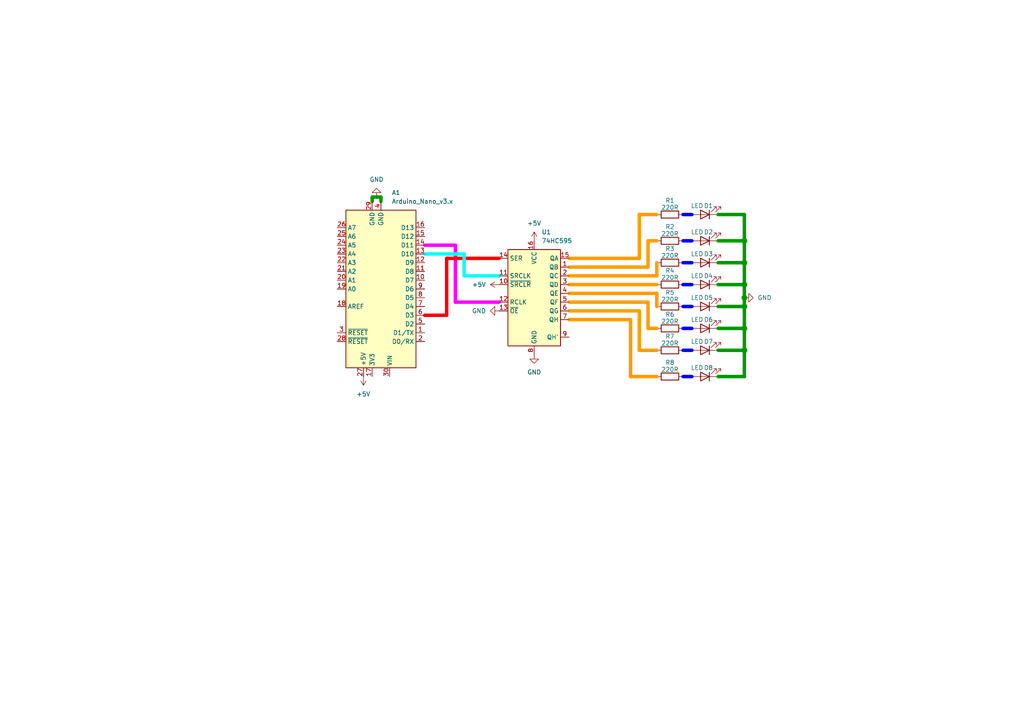
<source format=kicad_sch>
(kicad_sch
	(version 20250114)
	(generator "eeschema")
	(generator_version "9.0")
	(uuid "7501483c-5f80-49b2-921a-52fdfee2b67c")
	(paper "A4")
	(title_block
		(title "Bar Chart with Shift Register")
		(date "2025-06-13")
		(rev "1")
		(company "Ethan Sousa Projects")
	)
	(lib_symbols
		(symbol "74xx:74HC595"
			(exclude_from_sim no)
			(in_bom yes)
			(on_board yes)
			(property "Reference" "U"
				(at -7.62 13.97 0)
				(effects
					(font
						(size 1.27 1.27)
					)
				)
			)
			(property "Value" "74HC595"
				(at -7.62 -16.51 0)
				(effects
					(font
						(size 1.27 1.27)
					)
				)
			)
			(property "Footprint" ""
				(at 0 0 0)
				(effects
					(font
						(size 1.27 1.27)
					)
					(hide yes)
				)
			)
			(property "Datasheet" "http://www.ti.com/lit/ds/symlink/sn74hc595.pdf"
				(at 0 0 0)
				(effects
					(font
						(size 1.27 1.27)
					)
					(hide yes)
				)
			)
			(property "Description" "8-bit serial in/out Shift Register 3-State Outputs"
				(at 0 0 0)
				(effects
					(font
						(size 1.27 1.27)
					)
					(hide yes)
				)
			)
			(property "ki_keywords" "HCMOS SR 3State"
				(at 0 0 0)
				(effects
					(font
						(size 1.27 1.27)
					)
					(hide yes)
				)
			)
			(property "ki_fp_filters" "DIP*W7.62mm* SOIC*3.9x9.9mm*P1.27mm* TSSOP*4.4x5mm*P0.65mm* SOIC*5.3x10.2mm*P1.27mm* SOIC*7.5x10.3mm*P1.27mm*"
				(at 0 0 0)
				(effects
					(font
						(size 1.27 1.27)
					)
					(hide yes)
				)
			)
			(symbol "74HC595_1_0"
				(pin input line
					(at -10.16 10.16 0)
					(length 2.54)
					(name "SER"
						(effects
							(font
								(size 1.27 1.27)
							)
						)
					)
					(number "14"
						(effects
							(font
								(size 1.27 1.27)
							)
						)
					)
				)
				(pin input line
					(at -10.16 5.08 0)
					(length 2.54)
					(name "SRCLK"
						(effects
							(font
								(size 1.27 1.27)
							)
						)
					)
					(number "11"
						(effects
							(font
								(size 1.27 1.27)
							)
						)
					)
				)
				(pin input line
					(at -10.16 2.54 0)
					(length 2.54)
					(name "~{SRCLR}"
						(effects
							(font
								(size 1.27 1.27)
							)
						)
					)
					(number "10"
						(effects
							(font
								(size 1.27 1.27)
							)
						)
					)
				)
				(pin input line
					(at -10.16 -2.54 0)
					(length 2.54)
					(name "RCLK"
						(effects
							(font
								(size 1.27 1.27)
							)
						)
					)
					(number "12"
						(effects
							(font
								(size 1.27 1.27)
							)
						)
					)
				)
				(pin input line
					(at -10.16 -5.08 0)
					(length 2.54)
					(name "~{OE}"
						(effects
							(font
								(size 1.27 1.27)
							)
						)
					)
					(number "13"
						(effects
							(font
								(size 1.27 1.27)
							)
						)
					)
				)
				(pin power_in line
					(at 0 15.24 270)
					(length 2.54)
					(name "VCC"
						(effects
							(font
								(size 1.27 1.27)
							)
						)
					)
					(number "16"
						(effects
							(font
								(size 1.27 1.27)
							)
						)
					)
				)
				(pin power_in line
					(at 0 -17.78 90)
					(length 2.54)
					(name "GND"
						(effects
							(font
								(size 1.27 1.27)
							)
						)
					)
					(number "8"
						(effects
							(font
								(size 1.27 1.27)
							)
						)
					)
				)
				(pin tri_state line
					(at 10.16 10.16 180)
					(length 2.54)
					(name "QA"
						(effects
							(font
								(size 1.27 1.27)
							)
						)
					)
					(number "15"
						(effects
							(font
								(size 1.27 1.27)
							)
						)
					)
				)
				(pin tri_state line
					(at 10.16 7.62 180)
					(length 2.54)
					(name "QB"
						(effects
							(font
								(size 1.27 1.27)
							)
						)
					)
					(number "1"
						(effects
							(font
								(size 1.27 1.27)
							)
						)
					)
				)
				(pin tri_state line
					(at 10.16 5.08 180)
					(length 2.54)
					(name "QC"
						(effects
							(font
								(size 1.27 1.27)
							)
						)
					)
					(number "2"
						(effects
							(font
								(size 1.27 1.27)
							)
						)
					)
				)
				(pin tri_state line
					(at 10.16 2.54 180)
					(length 2.54)
					(name "QD"
						(effects
							(font
								(size 1.27 1.27)
							)
						)
					)
					(number "3"
						(effects
							(font
								(size 1.27 1.27)
							)
						)
					)
				)
				(pin tri_state line
					(at 10.16 0 180)
					(length 2.54)
					(name "QE"
						(effects
							(font
								(size 1.27 1.27)
							)
						)
					)
					(number "4"
						(effects
							(font
								(size 1.27 1.27)
							)
						)
					)
				)
				(pin tri_state line
					(at 10.16 -2.54 180)
					(length 2.54)
					(name "QF"
						(effects
							(font
								(size 1.27 1.27)
							)
						)
					)
					(number "5"
						(effects
							(font
								(size 1.27 1.27)
							)
						)
					)
				)
				(pin tri_state line
					(at 10.16 -5.08 180)
					(length 2.54)
					(name "QG"
						(effects
							(font
								(size 1.27 1.27)
							)
						)
					)
					(number "6"
						(effects
							(font
								(size 1.27 1.27)
							)
						)
					)
				)
				(pin tri_state line
					(at 10.16 -7.62 180)
					(length 2.54)
					(name "QH"
						(effects
							(font
								(size 1.27 1.27)
							)
						)
					)
					(number "7"
						(effects
							(font
								(size 1.27 1.27)
							)
						)
					)
				)
				(pin output line
					(at 10.16 -12.7 180)
					(length 2.54)
					(name "QH'"
						(effects
							(font
								(size 1.27 1.27)
							)
						)
					)
					(number "9"
						(effects
							(font
								(size 1.27 1.27)
							)
						)
					)
				)
			)
			(symbol "74HC595_1_1"
				(rectangle
					(start -7.62 12.7)
					(end 7.62 -15.24)
					(stroke
						(width 0.254)
						(type default)
					)
					(fill
						(type background)
					)
				)
			)
			(embedded_fonts no)
		)
		(symbol "Device:LED"
			(pin_numbers
				(hide yes)
			)
			(pin_names
				(offset 1.016)
				(hide yes)
			)
			(exclude_from_sim no)
			(in_bom yes)
			(on_board yes)
			(property "Reference" "D"
				(at 0 2.54 0)
				(effects
					(font
						(size 1.27 1.27)
					)
				)
			)
			(property "Value" "LED"
				(at 0 -2.54 0)
				(effects
					(font
						(size 1.27 1.27)
					)
				)
			)
			(property "Footprint" ""
				(at 0 0 0)
				(effects
					(font
						(size 1.27 1.27)
					)
					(hide yes)
				)
			)
			(property "Datasheet" "~"
				(at 0 0 0)
				(effects
					(font
						(size 1.27 1.27)
					)
					(hide yes)
				)
			)
			(property "Description" "Light emitting diode"
				(at 0 0 0)
				(effects
					(font
						(size 1.27 1.27)
					)
					(hide yes)
				)
			)
			(property "Sim.Pins" "1=K 2=A"
				(at 0 0 0)
				(effects
					(font
						(size 1.27 1.27)
					)
					(hide yes)
				)
			)
			(property "ki_keywords" "LED diode"
				(at 0 0 0)
				(effects
					(font
						(size 1.27 1.27)
					)
					(hide yes)
				)
			)
			(property "ki_fp_filters" "LED* LED_SMD:* LED_THT:*"
				(at 0 0 0)
				(effects
					(font
						(size 1.27 1.27)
					)
					(hide yes)
				)
			)
			(symbol "LED_0_1"
				(polyline
					(pts
						(xy -3.048 -0.762) (xy -4.572 -2.286) (xy -3.81 -2.286) (xy -4.572 -2.286) (xy -4.572 -1.524)
					)
					(stroke
						(width 0)
						(type default)
					)
					(fill
						(type none)
					)
				)
				(polyline
					(pts
						(xy -1.778 -0.762) (xy -3.302 -2.286) (xy -2.54 -2.286) (xy -3.302 -2.286) (xy -3.302 -1.524)
					)
					(stroke
						(width 0)
						(type default)
					)
					(fill
						(type none)
					)
				)
				(polyline
					(pts
						(xy -1.27 0) (xy 1.27 0)
					)
					(stroke
						(width 0)
						(type default)
					)
					(fill
						(type none)
					)
				)
				(polyline
					(pts
						(xy -1.27 -1.27) (xy -1.27 1.27)
					)
					(stroke
						(width 0.254)
						(type default)
					)
					(fill
						(type none)
					)
				)
				(polyline
					(pts
						(xy 1.27 -1.27) (xy 1.27 1.27) (xy -1.27 0) (xy 1.27 -1.27)
					)
					(stroke
						(width 0.254)
						(type default)
					)
					(fill
						(type none)
					)
				)
			)
			(symbol "LED_1_1"
				(pin passive line
					(at -3.81 0 0)
					(length 2.54)
					(name "K"
						(effects
							(font
								(size 1.27 1.27)
							)
						)
					)
					(number "1"
						(effects
							(font
								(size 1.27 1.27)
							)
						)
					)
				)
				(pin passive line
					(at 3.81 0 180)
					(length 2.54)
					(name "A"
						(effects
							(font
								(size 1.27 1.27)
							)
						)
					)
					(number "2"
						(effects
							(font
								(size 1.27 1.27)
							)
						)
					)
				)
			)
			(embedded_fonts no)
		)
		(symbol "Device:R"
			(pin_numbers
				(hide yes)
			)
			(pin_names
				(offset 0)
			)
			(exclude_from_sim no)
			(in_bom yes)
			(on_board yes)
			(property "Reference" "R"
				(at 2.032 0 90)
				(effects
					(font
						(size 1.27 1.27)
					)
				)
			)
			(property "Value" "R"
				(at 0 0 90)
				(effects
					(font
						(size 1.27 1.27)
					)
				)
			)
			(property "Footprint" ""
				(at -1.778 0 90)
				(effects
					(font
						(size 1.27 1.27)
					)
					(hide yes)
				)
			)
			(property "Datasheet" "~"
				(at 0 0 0)
				(effects
					(font
						(size 1.27 1.27)
					)
					(hide yes)
				)
			)
			(property "Description" "Resistor"
				(at 0 0 0)
				(effects
					(font
						(size 1.27 1.27)
					)
					(hide yes)
				)
			)
			(property "ki_keywords" "R res resistor"
				(at 0 0 0)
				(effects
					(font
						(size 1.27 1.27)
					)
					(hide yes)
				)
			)
			(property "ki_fp_filters" "R_*"
				(at 0 0 0)
				(effects
					(font
						(size 1.27 1.27)
					)
					(hide yes)
				)
			)
			(symbol "R_0_1"
				(rectangle
					(start -1.016 -2.54)
					(end 1.016 2.54)
					(stroke
						(width 0.254)
						(type default)
					)
					(fill
						(type none)
					)
				)
			)
			(symbol "R_1_1"
				(pin passive line
					(at 0 3.81 270)
					(length 1.27)
					(name "~"
						(effects
							(font
								(size 1.27 1.27)
							)
						)
					)
					(number "1"
						(effects
							(font
								(size 1.27 1.27)
							)
						)
					)
				)
				(pin passive line
					(at 0 -3.81 90)
					(length 1.27)
					(name "~"
						(effects
							(font
								(size 1.27 1.27)
							)
						)
					)
					(number "2"
						(effects
							(font
								(size 1.27 1.27)
							)
						)
					)
				)
			)
			(embedded_fonts no)
		)
		(symbol "MCU_Module:Arduino_Nano_v3.x"
			(exclude_from_sim no)
			(in_bom yes)
			(on_board yes)
			(property "Reference" "A"
				(at -10.16 23.495 0)
				(effects
					(font
						(size 1.27 1.27)
					)
					(justify left bottom)
				)
			)
			(property "Value" "Arduino_Nano_v3.x"
				(at 5.08 -24.13 0)
				(effects
					(font
						(size 1.27 1.27)
					)
					(justify left top)
				)
			)
			(property "Footprint" "Module:Arduino_Nano"
				(at 0 0 0)
				(effects
					(font
						(size 1.27 1.27)
						(italic yes)
					)
					(hide yes)
				)
			)
			(property "Datasheet" "http://www.mouser.com/pdfdocs/Gravitech_Arduino_Nano3_0.pdf"
				(at 0 0 0)
				(effects
					(font
						(size 1.27 1.27)
					)
					(hide yes)
				)
			)
			(property "Description" "Arduino Nano v3.x"
				(at 0 0 0)
				(effects
					(font
						(size 1.27 1.27)
					)
					(hide yes)
				)
			)
			(property "ki_keywords" "Arduino nano microcontroller module USB"
				(at 0 0 0)
				(effects
					(font
						(size 1.27 1.27)
					)
					(hide yes)
				)
			)
			(property "ki_fp_filters" "Arduino*Nano*"
				(at 0 0 0)
				(effects
					(font
						(size 1.27 1.27)
					)
					(hide yes)
				)
			)
			(symbol "Arduino_Nano_v3.x_0_1"
				(rectangle
					(start -10.16 22.86)
					(end 10.16 -22.86)
					(stroke
						(width 0.254)
						(type default)
					)
					(fill
						(type background)
					)
				)
			)
			(symbol "Arduino_Nano_v3.x_1_1"
				(pin bidirectional line
					(at -12.7 15.24 0)
					(length 2.54)
					(name "D0/RX"
						(effects
							(font
								(size 1.27 1.27)
							)
						)
					)
					(number "2"
						(effects
							(font
								(size 1.27 1.27)
							)
						)
					)
				)
				(pin bidirectional line
					(at -12.7 12.7 0)
					(length 2.54)
					(name "D1/TX"
						(effects
							(font
								(size 1.27 1.27)
							)
						)
					)
					(number "1"
						(effects
							(font
								(size 1.27 1.27)
							)
						)
					)
				)
				(pin bidirectional line
					(at -12.7 10.16 0)
					(length 2.54)
					(name "D2"
						(effects
							(font
								(size 1.27 1.27)
							)
						)
					)
					(number "5"
						(effects
							(font
								(size 1.27 1.27)
							)
						)
					)
				)
				(pin bidirectional line
					(at -12.7 7.62 0)
					(length 2.54)
					(name "D3"
						(effects
							(font
								(size 1.27 1.27)
							)
						)
					)
					(number "6"
						(effects
							(font
								(size 1.27 1.27)
							)
						)
					)
				)
				(pin bidirectional line
					(at -12.7 5.08 0)
					(length 2.54)
					(name "D4"
						(effects
							(font
								(size 1.27 1.27)
							)
						)
					)
					(number "7"
						(effects
							(font
								(size 1.27 1.27)
							)
						)
					)
				)
				(pin bidirectional line
					(at -12.7 2.54 0)
					(length 2.54)
					(name "D5"
						(effects
							(font
								(size 1.27 1.27)
							)
						)
					)
					(number "8"
						(effects
							(font
								(size 1.27 1.27)
							)
						)
					)
				)
				(pin bidirectional line
					(at -12.7 0 0)
					(length 2.54)
					(name "D6"
						(effects
							(font
								(size 1.27 1.27)
							)
						)
					)
					(number "9"
						(effects
							(font
								(size 1.27 1.27)
							)
						)
					)
				)
				(pin bidirectional line
					(at -12.7 -2.54 0)
					(length 2.54)
					(name "D7"
						(effects
							(font
								(size 1.27 1.27)
							)
						)
					)
					(number "10"
						(effects
							(font
								(size 1.27 1.27)
							)
						)
					)
				)
				(pin bidirectional line
					(at -12.7 -5.08 0)
					(length 2.54)
					(name "D8"
						(effects
							(font
								(size 1.27 1.27)
							)
						)
					)
					(number "11"
						(effects
							(font
								(size 1.27 1.27)
							)
						)
					)
				)
				(pin bidirectional line
					(at -12.7 -7.62 0)
					(length 2.54)
					(name "D9"
						(effects
							(font
								(size 1.27 1.27)
							)
						)
					)
					(number "12"
						(effects
							(font
								(size 1.27 1.27)
							)
						)
					)
				)
				(pin bidirectional line
					(at -12.7 -10.16 0)
					(length 2.54)
					(name "D10"
						(effects
							(font
								(size 1.27 1.27)
							)
						)
					)
					(number "13"
						(effects
							(font
								(size 1.27 1.27)
							)
						)
					)
				)
				(pin bidirectional line
					(at -12.7 -12.7 0)
					(length 2.54)
					(name "D11"
						(effects
							(font
								(size 1.27 1.27)
							)
						)
					)
					(number "14"
						(effects
							(font
								(size 1.27 1.27)
							)
						)
					)
				)
				(pin bidirectional line
					(at -12.7 -15.24 0)
					(length 2.54)
					(name "D12"
						(effects
							(font
								(size 1.27 1.27)
							)
						)
					)
					(number "15"
						(effects
							(font
								(size 1.27 1.27)
							)
						)
					)
				)
				(pin bidirectional line
					(at -12.7 -17.78 0)
					(length 2.54)
					(name "D13"
						(effects
							(font
								(size 1.27 1.27)
							)
						)
					)
					(number "16"
						(effects
							(font
								(size 1.27 1.27)
							)
						)
					)
				)
				(pin power_in line
					(at -2.54 25.4 270)
					(length 2.54)
					(name "VIN"
						(effects
							(font
								(size 1.27 1.27)
							)
						)
					)
					(number "30"
						(effects
							(font
								(size 1.27 1.27)
							)
						)
					)
				)
				(pin power_in line
					(at 0 -25.4 90)
					(length 2.54)
					(name "GND"
						(effects
							(font
								(size 1.27 1.27)
							)
						)
					)
					(number "4"
						(effects
							(font
								(size 1.27 1.27)
							)
						)
					)
				)
				(pin power_out line
					(at 2.54 25.4 270)
					(length 2.54)
					(name "3V3"
						(effects
							(font
								(size 1.27 1.27)
							)
						)
					)
					(number "17"
						(effects
							(font
								(size 1.27 1.27)
							)
						)
					)
				)
				(pin power_in line
					(at 2.54 -25.4 90)
					(length 2.54)
					(name "GND"
						(effects
							(font
								(size 1.27 1.27)
							)
						)
					)
					(number "29"
						(effects
							(font
								(size 1.27 1.27)
							)
						)
					)
				)
				(pin power_out line
					(at 5.08 25.4 270)
					(length 2.54)
					(name "+5V"
						(effects
							(font
								(size 1.27 1.27)
							)
						)
					)
					(number "27"
						(effects
							(font
								(size 1.27 1.27)
							)
						)
					)
				)
				(pin input line
					(at 12.7 15.24 180)
					(length 2.54)
					(name "~{RESET}"
						(effects
							(font
								(size 1.27 1.27)
							)
						)
					)
					(number "28"
						(effects
							(font
								(size 1.27 1.27)
							)
						)
					)
				)
				(pin input line
					(at 12.7 12.7 180)
					(length 2.54)
					(name "~{RESET}"
						(effects
							(font
								(size 1.27 1.27)
							)
						)
					)
					(number "3"
						(effects
							(font
								(size 1.27 1.27)
							)
						)
					)
				)
				(pin input line
					(at 12.7 5.08 180)
					(length 2.54)
					(name "AREF"
						(effects
							(font
								(size 1.27 1.27)
							)
						)
					)
					(number "18"
						(effects
							(font
								(size 1.27 1.27)
							)
						)
					)
				)
				(pin bidirectional line
					(at 12.7 0 180)
					(length 2.54)
					(name "A0"
						(effects
							(font
								(size 1.27 1.27)
							)
						)
					)
					(number "19"
						(effects
							(font
								(size 1.27 1.27)
							)
						)
					)
				)
				(pin bidirectional line
					(at 12.7 -2.54 180)
					(length 2.54)
					(name "A1"
						(effects
							(font
								(size 1.27 1.27)
							)
						)
					)
					(number "20"
						(effects
							(font
								(size 1.27 1.27)
							)
						)
					)
				)
				(pin bidirectional line
					(at 12.7 -5.08 180)
					(length 2.54)
					(name "A2"
						(effects
							(font
								(size 1.27 1.27)
							)
						)
					)
					(number "21"
						(effects
							(font
								(size 1.27 1.27)
							)
						)
					)
				)
				(pin bidirectional line
					(at 12.7 -7.62 180)
					(length 2.54)
					(name "A3"
						(effects
							(font
								(size 1.27 1.27)
							)
						)
					)
					(number "22"
						(effects
							(font
								(size 1.27 1.27)
							)
						)
					)
				)
				(pin bidirectional line
					(at 12.7 -10.16 180)
					(length 2.54)
					(name "A4"
						(effects
							(font
								(size 1.27 1.27)
							)
						)
					)
					(number "23"
						(effects
							(font
								(size 1.27 1.27)
							)
						)
					)
				)
				(pin bidirectional line
					(at 12.7 -12.7 180)
					(length 2.54)
					(name "A5"
						(effects
							(font
								(size 1.27 1.27)
							)
						)
					)
					(number "24"
						(effects
							(font
								(size 1.27 1.27)
							)
						)
					)
				)
				(pin bidirectional line
					(at 12.7 -15.24 180)
					(length 2.54)
					(name "A6"
						(effects
							(font
								(size 1.27 1.27)
							)
						)
					)
					(number "25"
						(effects
							(font
								(size 1.27 1.27)
							)
						)
					)
				)
				(pin bidirectional line
					(at 12.7 -17.78 180)
					(length 2.54)
					(name "A7"
						(effects
							(font
								(size 1.27 1.27)
							)
						)
					)
					(number "26"
						(effects
							(font
								(size 1.27 1.27)
							)
						)
					)
				)
			)
			(embedded_fonts no)
		)
		(symbol "power:+5V"
			(power)
			(pin_numbers
				(hide yes)
			)
			(pin_names
				(offset 0)
				(hide yes)
			)
			(exclude_from_sim no)
			(in_bom yes)
			(on_board yes)
			(property "Reference" "#PWR"
				(at 0 -3.81 0)
				(effects
					(font
						(size 1.27 1.27)
					)
					(hide yes)
				)
			)
			(property "Value" "+5V"
				(at 0 3.556 0)
				(effects
					(font
						(size 1.27 1.27)
					)
				)
			)
			(property "Footprint" ""
				(at 0 0 0)
				(effects
					(font
						(size 1.27 1.27)
					)
					(hide yes)
				)
			)
			(property "Datasheet" ""
				(at 0 0 0)
				(effects
					(font
						(size 1.27 1.27)
					)
					(hide yes)
				)
			)
			(property "Description" "Power symbol creates a global label with name \"+5V\""
				(at 0 0 0)
				(effects
					(font
						(size 1.27 1.27)
					)
					(hide yes)
				)
			)
			(property "ki_keywords" "global power"
				(at 0 0 0)
				(effects
					(font
						(size 1.27 1.27)
					)
					(hide yes)
				)
			)
			(symbol "+5V_0_1"
				(polyline
					(pts
						(xy -0.762 1.27) (xy 0 2.54)
					)
					(stroke
						(width 0)
						(type default)
					)
					(fill
						(type none)
					)
				)
				(polyline
					(pts
						(xy 0 2.54) (xy 0.762 1.27)
					)
					(stroke
						(width 0)
						(type default)
					)
					(fill
						(type none)
					)
				)
				(polyline
					(pts
						(xy 0 0) (xy 0 2.54)
					)
					(stroke
						(width 0)
						(type default)
					)
					(fill
						(type none)
					)
				)
			)
			(symbol "+5V_1_1"
				(pin power_in line
					(at 0 0 90)
					(length 0)
					(name "~"
						(effects
							(font
								(size 1.27 1.27)
							)
						)
					)
					(number "1"
						(effects
							(font
								(size 1.27 1.27)
							)
						)
					)
				)
			)
			(embedded_fonts no)
		)
		(symbol "power:GND"
			(power)
			(pin_numbers
				(hide yes)
			)
			(pin_names
				(offset 0)
				(hide yes)
			)
			(exclude_from_sim no)
			(in_bom yes)
			(on_board yes)
			(property "Reference" "#PWR"
				(at 0 -6.35 0)
				(effects
					(font
						(size 1.27 1.27)
					)
					(hide yes)
				)
			)
			(property "Value" "GND"
				(at 0 -3.81 0)
				(effects
					(font
						(size 1.27 1.27)
					)
				)
			)
			(property "Footprint" ""
				(at 0 0 0)
				(effects
					(font
						(size 1.27 1.27)
					)
					(hide yes)
				)
			)
			(property "Datasheet" ""
				(at 0 0 0)
				(effects
					(font
						(size 1.27 1.27)
					)
					(hide yes)
				)
			)
			(property "Description" "Power symbol creates a global label with name \"GND\" , ground"
				(at 0 0 0)
				(effects
					(font
						(size 1.27 1.27)
					)
					(hide yes)
				)
			)
			(property "ki_keywords" "global power"
				(at 0 0 0)
				(effects
					(font
						(size 1.27 1.27)
					)
					(hide yes)
				)
			)
			(symbol "GND_0_1"
				(polyline
					(pts
						(xy 0 0) (xy 0 -1.27) (xy 1.27 -1.27) (xy 0 -2.54) (xy -1.27 -1.27) (xy 0 -1.27)
					)
					(stroke
						(width 0)
						(type default)
					)
					(fill
						(type none)
					)
				)
			)
			(symbol "GND_1_1"
				(pin power_in line
					(at 0 0 270)
					(length 0)
					(name "~"
						(effects
							(font
								(size 1.27 1.27)
							)
						)
					)
					(number "1"
						(effects
							(font
								(size 1.27 1.27)
							)
						)
					)
				)
			)
			(embedded_fonts no)
		)
	)
	(junction
		(at 215.9 86.36)
		(diameter 1.5)
		(color 0 0 0 0)
		(uuid "0c647c7b-0db8-44e0-95c1-2a5a89e0f5ea")
	)
	(junction
		(at 215.9 95.25)
		(diameter 1.5)
		(color 0 0 0 0)
		(uuid "151481a2-82bc-43ed-ab41-edf899ff33dc")
	)
	(junction
		(at 109.22 57.15)
		(diameter 0)
		(color 0 0 0 0)
		(uuid "33922064-30ca-42d3-ae02-5ffbf571bc1f")
	)
	(junction
		(at 215.9 69.85)
		(diameter 1.5)
		(color 0 0 0 0)
		(uuid "66758fde-ccc1-4fcf-ae20-5e695e5a5342")
	)
	(junction
		(at 215.9 76.2)
		(diameter 1.5)
		(color 0 0 0 0)
		(uuid "69fbb29c-c43e-4916-8c2b-df3df25faa3b")
	)
	(junction
		(at 215.9 101.6)
		(diameter 1.5)
		(color 0 0 0 0)
		(uuid "960c206e-6c90-4ce7-a79b-df79d2110606")
	)
	(junction
		(at 215.9 88.9)
		(diameter 1.5)
		(color 0 0 0 0)
		(uuid "e42191aa-7d48-439a-809a-8ce9a579fa3e")
	)
	(junction
		(at 215.9 82.55)
		(diameter 1.5)
		(color 0 0 0 0)
		(uuid "f449001b-065e-4736-ac87-1f83ac2e6d8f")
	)
	(wire
		(pts
			(xy 165.1 85.09) (xy 190.5 85.09)
		)
		(stroke
			(width 1)
			(type default)
			(color 255 153 0 1)
		)
		(uuid "018403f7-35a4-48e6-9157-89282b5232ce")
	)
	(wire
		(pts
			(xy 110.49 58.42) (xy 110.49 57.15)
		)
		(stroke
			(width 1)
			(type default)
		)
		(uuid "06093fb4-a477-420b-a7fb-2366d9dd55f1")
	)
	(wire
		(pts
			(xy 198.12 62.23) (xy 200.66 62.23)
		)
		(stroke
			(width 1)
			(type default)
			(color 0 0 255 1)
		)
		(uuid "060fb5b9-f9ac-4545-b3a1-002e8c2c3645")
	)
	(wire
		(pts
			(xy 187.96 69.85) (xy 190.5 69.85)
		)
		(stroke
			(width 1)
			(type default)
			(color 255 153 0 1)
		)
		(uuid "081e94b7-edf2-436f-a23d-8474f769cd6c")
	)
	(wire
		(pts
			(xy 144.78 80.01) (xy 134.62 80.01)
		)
		(stroke
			(width 1)
			(type default)
			(color 0 255 255 1)
		)
		(uuid "0fce90e5-ceac-4da5-912c-3f07a3999188")
	)
	(wire
		(pts
			(xy 165.1 77.47) (xy 187.96 77.47)
		)
		(stroke
			(width 1)
			(type default)
			(color 255 153 0 1)
		)
		(uuid "13d4dc33-6922-42b0-b666-58bc4a7a65ab")
	)
	(wire
		(pts
			(xy 198.12 101.6) (xy 200.66 101.6)
		)
		(stroke
			(width 1)
			(type default)
			(color 0 0 255 1)
		)
		(uuid "17b78b56-182a-4107-ab67-1a60b78fd2c2")
	)
	(wire
		(pts
			(xy 208.28 95.25) (xy 215.9 95.25)
		)
		(stroke
			(width 1)
			(type default)
		)
		(uuid "215c7d1f-c45b-4c70-aec1-88955d7f403a")
	)
	(wire
		(pts
			(xy 215.9 76.2) (xy 215.9 69.85)
		)
		(stroke
			(width 1)
			(type default)
		)
		(uuid "244952ab-0ed9-4fbb-aaf9-23c7d8c72c20")
	)
	(wire
		(pts
			(xy 208.28 76.2) (xy 215.9 76.2)
		)
		(stroke
			(width 1)
			(type default)
		)
		(uuid "2555cba5-806d-4db1-9f01-e62272df0752")
	)
	(wire
		(pts
			(xy 107.95 58.42) (xy 107.95 57.15)
		)
		(stroke
			(width 1)
			(type default)
		)
		(uuid "26b7c536-bcfb-4060-b9d3-8ffaded3dbee")
	)
	(wire
		(pts
			(xy 215.9 86.36) (xy 215.9 88.9)
		)
		(stroke
			(width 1)
			(type default)
		)
		(uuid "28d9a9ec-0f3f-4288-9f2d-215952c3d7d9")
	)
	(wire
		(pts
			(xy 208.28 62.23) (xy 215.9 62.23)
		)
		(stroke
			(width 1)
			(type default)
		)
		(uuid "28fa8854-968e-4aff-844b-747ff7f7a04a")
	)
	(wire
		(pts
			(xy 198.12 69.85) (xy 200.66 69.85)
		)
		(stroke
			(width 1)
			(type default)
			(color 0 0 255 1)
		)
		(uuid "2e147742-6d32-4d94-b39b-347facc00771")
	)
	(wire
		(pts
			(xy 187.96 77.47) (xy 187.96 69.85)
		)
		(stroke
			(width 1)
			(type default)
			(color 255 153 0 1)
		)
		(uuid "388627eb-4e85-45c9-bdcd-d0665b1cbb4a")
	)
	(wire
		(pts
			(xy 198.12 76.2) (xy 200.66 76.2)
		)
		(stroke
			(width 1)
			(type default)
			(color 0 0 255 1)
		)
		(uuid "49b9f9c7-1a80-4709-8b83-d4ffbbd5ea24")
	)
	(wire
		(pts
			(xy 123.19 71.12) (xy 132.08 71.12)
		)
		(stroke
			(width 1)
			(type default)
			(color 255 0 255 1)
		)
		(uuid "4ede8129-5782-4480-8e42-d8f410bd79ea")
	)
	(wire
		(pts
			(xy 132.08 71.12) (xy 132.08 87.63)
		)
		(stroke
			(width 1)
			(type default)
			(color 255 0 255 1)
		)
		(uuid "500a69f7-da8f-4c20-ae8b-e8c5ddcafac6")
	)
	(wire
		(pts
			(xy 215.9 109.22) (xy 208.28 109.22)
		)
		(stroke
			(width 1)
			(type default)
		)
		(uuid "5247b2ad-c9ef-41e2-9df6-36ee83f4a42b")
	)
	(wire
		(pts
			(xy 185.42 62.23) (xy 190.5 62.23)
		)
		(stroke
			(width 1)
			(type default)
			(color 255 153 0 1)
		)
		(uuid "54329e70-2625-40a8-81e7-dccb2ecf5d89")
	)
	(wire
		(pts
			(xy 198.12 82.55) (xy 200.66 82.55)
		)
		(stroke
			(width 1)
			(type default)
			(color 0 0 255 1)
		)
		(uuid "552f8de1-ffcc-4818-abb2-cacc8c80bc5d")
	)
	(wire
		(pts
			(xy 165.1 80.01) (xy 190.5 80.01)
		)
		(stroke
			(width 1)
			(type default)
			(color 255 153 0 1)
		)
		(uuid "56ce4b8d-0896-4b89-bb4f-7242437dad65")
	)
	(wire
		(pts
			(xy 144.78 87.63) (xy 132.08 87.63)
		)
		(stroke
			(width 1)
			(type default)
			(color 255 0 255 1)
		)
		(uuid "5f7c1e9a-df17-41eb-844a-882345f33140")
	)
	(wire
		(pts
			(xy 185.42 74.93) (xy 185.42 62.23)
		)
		(stroke
			(width 1)
			(type default)
			(color 255 153 0 1)
		)
		(uuid "63f22775-c3b0-4dbd-9be8-008ea7137552")
	)
	(wire
		(pts
			(xy 165.1 90.17) (xy 185.42 90.17)
		)
		(stroke
			(width 1)
			(type default)
			(color 255 153 0 1)
		)
		(uuid "66031c93-c1d0-4b1d-9a03-d862b01867ca")
	)
	(wire
		(pts
			(xy 198.12 95.25) (xy 200.66 95.25)
		)
		(stroke
			(width 1)
			(type default)
			(color 0 0 255 1)
		)
		(uuid "69c82de0-d81b-400e-98ba-83fa652b5664")
	)
	(wire
		(pts
			(xy 165.1 87.63) (xy 187.96 87.63)
		)
		(stroke
			(width 1)
			(type default)
			(color 255 153 0 1)
		)
		(uuid "6ee6ca97-0f54-41e4-aabe-c859accc6d91")
	)
	(wire
		(pts
			(xy 165.1 74.93) (xy 185.42 74.93)
		)
		(stroke
			(width 1)
			(type default)
			(color 255 153 0 1)
		)
		(uuid "742ab760-0c08-4167-89c8-16cf4176b8a2")
	)
	(wire
		(pts
			(xy 110.49 57.15) (xy 109.22 57.15)
		)
		(stroke
			(width 1)
			(type default)
		)
		(uuid "74e0bae7-0547-4d4a-a98f-554c522201a6")
	)
	(wire
		(pts
			(xy 215.9 86.36) (xy 215.9 82.55)
		)
		(stroke
			(width 1)
			(type default)
		)
		(uuid "77cb5f99-1a6e-434b-a96c-9446ae3c5207")
	)
	(wire
		(pts
			(xy 134.62 73.66) (xy 123.19 73.66)
		)
		(stroke
			(width 1)
			(type default)
			(color 0 255 255 1)
		)
		(uuid "7a703d88-8aeb-463a-903d-6e67cd8ac714")
	)
	(wire
		(pts
			(xy 208.28 69.85) (xy 215.9 69.85)
		)
		(stroke
			(width 1)
			(type default)
		)
		(uuid "80e19b9b-27a8-4d4e-8d65-0b766deea1e8")
	)
	(wire
		(pts
			(xy 129.54 74.93) (xy 129.54 91.44)
		)
		(stroke
			(width 1)
			(type default)
			(color 255 0 0 1)
		)
		(uuid "85b8dfe8-443f-4a73-b6e8-3149b0cac65b")
	)
	(wire
		(pts
			(xy 208.28 82.55) (xy 215.9 82.55)
		)
		(stroke
			(width 1)
			(type default)
		)
		(uuid "908be38a-2850-43c9-b525-0f922ebf0109")
	)
	(wire
		(pts
			(xy 215.9 88.9) (xy 215.9 95.25)
		)
		(stroke
			(width 1)
			(type default)
		)
		(uuid "9c6dccd1-83c4-421e-9b9d-f14a5519f997")
	)
	(wire
		(pts
			(xy 107.95 57.15) (xy 109.22 57.15)
		)
		(stroke
			(width 1)
			(type default)
		)
		(uuid "a4866cbb-edd9-433a-95d9-188597fe9f1f")
	)
	(wire
		(pts
			(xy 129.54 91.44) (xy 123.19 91.44)
		)
		(stroke
			(width 1)
			(type default)
			(color 255 0 0 1)
		)
		(uuid "a76b9073-8ba9-44b3-80c7-691c2913ceaf")
	)
	(wire
		(pts
			(xy 187.96 95.25) (xy 190.5 95.25)
		)
		(stroke
			(width 1)
			(type default)
			(color 255 153 0 1)
		)
		(uuid "b1815d3f-d824-4b85-8380-0c51205623bb")
	)
	(wire
		(pts
			(xy 134.62 80.01) (xy 134.62 73.66)
		)
		(stroke
			(width 1)
			(type default)
			(color 0 255 255 1)
		)
		(uuid "b1853ec9-5c5b-4e55-90ff-f89e352ceeca")
	)
	(wire
		(pts
			(xy 190.5 80.01) (xy 190.5 76.2)
		)
		(stroke
			(width 1)
			(type default)
			(color 255 153 0 1)
		)
		(uuid "b61fd639-acb2-4610-bb25-a628f47c8548")
	)
	(wire
		(pts
			(xy 165.1 82.55) (xy 190.5 82.55)
		)
		(stroke
			(width 1)
			(type default)
			(color 255 153 0 1)
		)
		(uuid "c17a6777-6750-4349-ba71-d7ac89fa3b37")
	)
	(wire
		(pts
			(xy 198.12 88.9) (xy 200.66 88.9)
		)
		(stroke
			(width 1)
			(type default)
			(color 0 0 255 1)
		)
		(uuid "c26c2e5d-eeb1-4d4d-99d7-57b6554ac68a")
	)
	(wire
		(pts
			(xy 165.1 92.71) (xy 182.88 92.71)
		)
		(stroke
			(width 1)
			(type default)
			(color 255 153 0 1)
		)
		(uuid "d25efa76-1732-4434-879f-3ddc29c30031")
	)
	(wire
		(pts
			(xy 182.88 109.22) (xy 190.5 109.22)
		)
		(stroke
			(width 1)
			(type default)
			(color 255 153 0 1)
		)
		(uuid "d663a4a7-b827-4fec-be70-4fbaf8e35fd8")
	)
	(wire
		(pts
			(xy 185.42 101.6) (xy 190.5 101.6)
		)
		(stroke
			(width 1)
			(type default)
			(color 255 153 0 1)
		)
		(uuid "d6bc770b-3c16-4cea-8c36-539615d44e9e")
	)
	(wire
		(pts
			(xy 182.88 92.71) (xy 182.88 109.22)
		)
		(stroke
			(width 1)
			(type default)
			(color 255 153 0 1)
		)
		(uuid "da4d4269-32d2-4b57-bb3b-10f06f0ee9aa")
	)
	(wire
		(pts
			(xy 129.54 74.93) (xy 144.78 74.93)
		)
		(stroke
			(width 1)
			(type default)
			(color 255 0 0 1)
		)
		(uuid "dcac6b0f-4b4d-444a-a113-0a0ed2150c7c")
	)
	(wire
		(pts
			(xy 215.9 69.85) (xy 215.9 62.23)
		)
		(stroke
			(width 1)
			(type default)
		)
		(uuid "dd5de119-4cd2-4ae5-ae16-d67b3393b1bb")
	)
	(wire
		(pts
			(xy 215.9 82.55) (xy 215.9 76.2)
		)
		(stroke
			(width 1)
			(type default)
		)
		(uuid "ddf3c6f6-085d-49ce-8831-f4b45874539f")
	)
	(wire
		(pts
			(xy 187.96 87.63) (xy 187.96 95.25)
		)
		(stroke
			(width 1)
			(type default)
			(color 255 153 0 1)
		)
		(uuid "e4feea99-3683-4090-933e-e1971bca1aa2")
	)
	(wire
		(pts
			(xy 215.9 101.6) (xy 215.9 109.22)
		)
		(stroke
			(width 1)
			(type default)
		)
		(uuid "e7768054-14c8-4eff-ad0a-81356aaebd40")
	)
	(wire
		(pts
			(xy 190.5 85.09) (xy 190.5 88.9)
		)
		(stroke
			(width 1)
			(type default)
			(color 255 153 0 1)
		)
		(uuid "ebb52bb0-529a-49d1-9e27-19ef3abeeec5")
	)
	(wire
		(pts
			(xy 208.28 101.6) (xy 215.9 101.6)
		)
		(stroke
			(width 1)
			(type default)
		)
		(uuid "ec3e069e-5d50-4da2-bd0a-2c6120733fb0")
	)
	(wire
		(pts
			(xy 185.42 90.17) (xy 185.42 101.6)
		)
		(stroke
			(width 1)
			(type default)
			(color 255 153 0 1)
		)
		(uuid "ec988e3a-93e5-4b90-8f5f-2824f1adf4a3")
	)
	(wire
		(pts
			(xy 208.28 88.9) (xy 215.9 88.9)
		)
		(stroke
			(width 1)
			(type default)
		)
		(uuid "ed337434-d411-472a-bb70-ebecd3c3c4ee")
	)
	(wire
		(pts
			(xy 215.9 95.25) (xy 215.9 101.6)
		)
		(stroke
			(width 1)
			(type default)
		)
		(uuid "f33418d6-c2f9-431e-a3bb-8d7c3ca20853")
	)
	(wire
		(pts
			(xy 198.12 109.22) (xy 200.66 109.22)
		)
		(stroke
			(width 1)
			(type default)
			(color 0 0 255 1)
		)
		(uuid "fba06e89-9c08-4e4d-b71f-fa0c9002dda0")
	)
	(symbol
		(lib_id "power:GND")
		(at 109.22 57.15 180)
		(unit 1)
		(exclude_from_sim no)
		(in_bom yes)
		(on_board yes)
		(dnp no)
		(fields_autoplaced yes)
		(uuid "0ad07d49-c1b5-4c5c-9b55-1c0ec89c176d")
		(property "Reference" "#PWR04"
			(at 109.22 50.8 0)
			(effects
				(font
					(size 1.27 1.27)
				)
				(hide yes)
			)
		)
		(property "Value" "GND"
			(at 109.22 52.07 0)
			(effects
				(font
					(size 1.27 1.27)
				)
			)
		)
		(property "Footprint" ""
			(at 109.22 57.15 0)
			(effects
				(font
					(size 1.27 1.27)
				)
				(hide yes)
			)
		)
		(property "Datasheet" ""
			(at 109.22 57.15 0)
			(effects
				(font
					(size 1.27 1.27)
				)
				(hide yes)
			)
		)
		(property "Description" "Power symbol creates a global label with name \"GND\" , ground"
			(at 109.22 57.15 0)
			(effects
				(font
					(size 1.27 1.27)
				)
				(hide yes)
			)
		)
		(pin "1"
			(uuid "d3ddbaf0-54cf-412d-8f69-8477d9cd29c7")
		)
		(instances
			(project "Cicuit_Bar"
				(path "/7501483c-5f80-49b2-921a-52fdfee2b67c"
					(reference "#PWR04")
					(unit 1)
				)
			)
		)
	)
	(symbol
		(lib_id "power:+5V")
		(at 144.78 82.55 90)
		(unit 1)
		(exclude_from_sim no)
		(in_bom yes)
		(on_board yes)
		(dnp no)
		(fields_autoplaced yes)
		(uuid "0cc6152d-795e-47e6-a3fc-36de87a611fb")
		(property "Reference" "#PWR02"
			(at 148.59 82.55 0)
			(effects
				(font
					(size 1.27 1.27)
				)
				(hide yes)
			)
		)
		(property "Value" "+5V"
			(at 140.97 82.5499 90)
			(effects
				(font
					(size 1.27 1.27)
				)
				(justify left)
			)
		)
		(property "Footprint" ""
			(at 144.78 82.55 0)
			(effects
				(font
					(size 1.27 1.27)
				)
				(hide yes)
			)
		)
		(property "Datasheet" ""
			(at 144.78 82.55 0)
			(effects
				(font
					(size 1.27 1.27)
				)
				(hide yes)
			)
		)
		(property "Description" "Power symbol creates a global label with name \"+5V\""
			(at 144.78 82.55 0)
			(effects
				(font
					(size 1.27 1.27)
				)
				(hide yes)
			)
		)
		(pin "1"
			(uuid "f3f8fe4c-3d6a-47fd-b988-49c9bdb6f683")
		)
		(instances
			(project ""
				(path "/7501483c-5f80-49b2-921a-52fdfee2b67c"
					(reference "#PWR02")
					(unit 1)
				)
			)
		)
	)
	(symbol
		(lib_id "power:+5V")
		(at 154.94 69.85 0)
		(unit 1)
		(exclude_from_sim no)
		(in_bom yes)
		(on_board yes)
		(dnp no)
		(fields_autoplaced yes)
		(uuid "142b981d-7d12-4549-95e0-b5eba28b7429")
		(property "Reference" "#PWR06"
			(at 154.94 73.66 0)
			(effects
				(font
					(size 1.27 1.27)
				)
				(hide yes)
			)
		)
		(property "Value" "+5V"
			(at 154.94 64.77 0)
			(effects
				(font
					(size 1.27 1.27)
				)
			)
		)
		(property "Footprint" ""
			(at 154.94 69.85 0)
			(effects
				(font
					(size 1.27 1.27)
				)
				(hide yes)
			)
		)
		(property "Datasheet" ""
			(at 154.94 69.85 0)
			(effects
				(font
					(size 1.27 1.27)
				)
				(hide yes)
			)
		)
		(property "Description" "Power symbol creates a global label with name \"+5V\""
			(at 154.94 69.85 0)
			(effects
				(font
					(size 1.27 1.27)
				)
				(hide yes)
			)
		)
		(pin "1"
			(uuid "da2b8e36-ddde-44ec-81d9-39c05ce2ddab")
		)
		(instances
			(project "Cicuit_Bar"
				(path "/7501483c-5f80-49b2-921a-52fdfee2b67c"
					(reference "#PWR06")
					(unit 1)
				)
			)
		)
	)
	(symbol
		(lib_id "Device:LED")
		(at 204.47 88.9 180)
		(unit 1)
		(exclude_from_sim no)
		(in_bom yes)
		(on_board yes)
		(dnp no)
		(uuid "278531d7-9ac4-4119-b434-dc07030a96b3")
		(property "Reference" "D5"
			(at 205.486 86.36 0)
			(effects
				(font
					(size 1.27 1.27)
				)
			)
		)
		(property "Value" "LED"
			(at 202.184 86.36 0)
			(effects
				(font
					(size 1.27 1.27)
				)
			)
		)
		(property "Footprint" "LED_THT:LED_D5.0mm"
			(at 204.47 88.9 0)
			(effects
				(font
					(size 1.27 1.27)
				)
				(hide yes)
			)
		)
		(property "Datasheet" "~"
			(at 204.47 88.9 0)
			(effects
				(font
					(size 1.27 1.27)
				)
				(hide yes)
			)
		)
		(property "Description" "Light emitting diode"
			(at 204.47 88.9 0)
			(effects
				(font
					(size 1.27 1.27)
				)
				(hide yes)
			)
		)
		(property "Sim.Pins" "1=K 2=A"
			(at 204.47 88.9 0)
			(effects
				(font
					(size 1.27 1.27)
				)
				(hide yes)
			)
		)
		(pin "2"
			(uuid "4a480034-5bf6-4ac7-b447-d6effbdf31f9")
		)
		(pin "1"
			(uuid "8c6b794a-4101-4c01-be96-3ce5c1e5f293")
		)
		(instances
			(project "Cicuit_Bar"
				(path "/7501483c-5f80-49b2-921a-52fdfee2b67c"
					(reference "D5")
					(unit 1)
				)
			)
		)
	)
	(symbol
		(lib_id "Device:R")
		(at 194.31 69.85 90)
		(unit 1)
		(exclude_from_sim no)
		(in_bom yes)
		(on_board yes)
		(dnp no)
		(uuid "2f2dcaf5-5c0a-4a64-bd1d-7cc2de38a6a4")
		(property "Reference" "R2"
			(at 194.31 65.786 90)
			(effects
				(font
					(size 1.27 1.27)
				)
			)
		)
		(property "Value" "220R"
			(at 194.31 67.818 90)
			(effects
				(font
					(size 1.27 1.27)
				)
			)
		)
		(property "Footprint" "Resistor_THT:R_Axial_DIN0204_L3.6mm_D1.6mm_P7.62mm_Horizontal"
			(at 194.31 71.628 90)
			(effects
				(font
					(size 1.27 1.27)
				)
				(hide yes)
			)
		)
		(property "Datasheet" "~"
			(at 194.31 69.85 0)
			(effects
				(font
					(size 1.27 1.27)
				)
				(hide yes)
			)
		)
		(property "Description" "Resistor"
			(at 194.31 69.85 0)
			(effects
				(font
					(size 1.27 1.27)
				)
				(hide yes)
			)
		)
		(pin "2"
			(uuid "c2501732-3f1a-420c-aad8-803563eccc11")
		)
		(pin "1"
			(uuid "1d5cbe2a-3cd0-4041-9fe9-218b12951a10")
		)
		(instances
			(project "Cicuit_Bar"
				(path "/7501483c-5f80-49b2-921a-52fdfee2b67c"
					(reference "R2")
					(unit 1)
				)
			)
		)
	)
	(symbol
		(lib_id "power:+5V")
		(at 105.41 109.22 180)
		(unit 1)
		(exclude_from_sim no)
		(in_bom yes)
		(on_board yes)
		(dnp no)
		(fields_autoplaced yes)
		(uuid "45e4f143-58c1-448e-ad95-d992e7914580")
		(property "Reference" "#PWR03"
			(at 105.41 105.41 0)
			(effects
				(font
					(size 1.27 1.27)
				)
				(hide yes)
			)
		)
		(property "Value" "+5V"
			(at 105.41 114.3 0)
			(effects
				(font
					(size 1.27 1.27)
				)
			)
		)
		(property "Footprint" ""
			(at 105.41 109.22 0)
			(effects
				(font
					(size 1.27 1.27)
				)
				(hide yes)
			)
		)
		(property "Datasheet" ""
			(at 105.41 109.22 0)
			(effects
				(font
					(size 1.27 1.27)
				)
				(hide yes)
			)
		)
		(property "Description" "Power symbol creates a global label with name \"+5V\""
			(at 105.41 109.22 0)
			(effects
				(font
					(size 1.27 1.27)
				)
				(hide yes)
			)
		)
		(pin "1"
			(uuid "cec1c3b2-7bb8-4187-9ad8-f4c97a7833a3")
		)
		(instances
			(project "Cicuit_Bar"
				(path "/7501483c-5f80-49b2-921a-52fdfee2b67c"
					(reference "#PWR03")
					(unit 1)
				)
			)
		)
	)
	(symbol
		(lib_id "power:GND")
		(at 215.9 86.36 90)
		(unit 1)
		(exclude_from_sim no)
		(in_bom yes)
		(on_board yes)
		(dnp no)
		(fields_autoplaced yes)
		(uuid "57b103e8-57ce-4fa7-9568-4203175e8b3f")
		(property "Reference" "#PWR01"
			(at 222.25 86.36 0)
			(effects
				(font
					(size 1.27 1.27)
				)
				(hide yes)
			)
		)
		(property "Value" "GND"
			(at 219.71 86.3599 90)
			(effects
				(font
					(size 1.27 1.27)
				)
				(justify right)
			)
		)
		(property "Footprint" ""
			(at 215.9 86.36 0)
			(effects
				(font
					(size 1.27 1.27)
				)
				(hide yes)
			)
		)
		(property "Datasheet" ""
			(at 215.9 86.36 0)
			(effects
				(font
					(size 1.27 1.27)
				)
				(hide yes)
			)
		)
		(property "Description" "Power symbol creates a global label with name \"GND\" , ground"
			(at 215.9 86.36 0)
			(effects
				(font
					(size 1.27 1.27)
				)
				(hide yes)
			)
		)
		(pin "1"
			(uuid "932c4867-0e68-4836-a04b-2890f03b766c")
		)
		(instances
			(project ""
				(path "/7501483c-5f80-49b2-921a-52fdfee2b67c"
					(reference "#PWR01")
					(unit 1)
				)
			)
		)
	)
	(symbol
		(lib_id "Device:R")
		(at 194.31 109.22 90)
		(unit 1)
		(exclude_from_sim no)
		(in_bom yes)
		(on_board yes)
		(dnp no)
		(uuid "612f94a9-a374-4001-a28f-44a6b43db640")
		(property "Reference" "R8"
			(at 194.31 105.156 90)
			(effects
				(font
					(size 1.27 1.27)
				)
			)
		)
		(property "Value" "220R"
			(at 194.31 107.188 90)
			(effects
				(font
					(size 1.27 1.27)
				)
			)
		)
		(property "Footprint" "Resistor_THT:R_Axial_DIN0204_L3.6mm_D1.6mm_P7.62mm_Horizontal"
			(at 194.31 110.998 90)
			(effects
				(font
					(size 1.27 1.27)
				)
				(hide yes)
			)
		)
		(property "Datasheet" "~"
			(at 194.31 109.22 0)
			(effects
				(font
					(size 1.27 1.27)
				)
				(hide yes)
			)
		)
		(property "Description" "Resistor"
			(at 194.31 109.22 0)
			(effects
				(font
					(size 1.27 1.27)
				)
				(hide yes)
			)
		)
		(pin "2"
			(uuid "c2137cad-5935-431f-aaa0-8049835484e7")
		)
		(pin "1"
			(uuid "4f4d200f-f5c0-49cd-a7f1-8c1ffef3d15a")
		)
		(instances
			(project "Cicuit_Bar"
				(path "/7501483c-5f80-49b2-921a-52fdfee2b67c"
					(reference "R8")
					(unit 1)
				)
			)
		)
	)
	(symbol
		(lib_id "Device:R")
		(at 194.31 62.23 90)
		(unit 1)
		(exclude_from_sim no)
		(in_bom yes)
		(on_board yes)
		(dnp no)
		(uuid "6721f8ad-9058-4649-a971-a68a81fc93a6")
		(property "Reference" "R1"
			(at 194.31 58.166 90)
			(effects
				(font
					(size 1.27 1.27)
				)
			)
		)
		(property "Value" "220R"
			(at 194.31 60.198 90)
			(effects
				(font
					(size 1.27 1.27)
				)
			)
		)
		(property "Footprint" "Resistor_THT:R_Axial_DIN0204_L3.6mm_D1.6mm_P7.62mm_Horizontal"
			(at 194.31 64.008 90)
			(effects
				(font
					(size 1.27 1.27)
				)
				(hide yes)
			)
		)
		(property "Datasheet" "~"
			(at 194.31 62.23 0)
			(effects
				(font
					(size 1.27 1.27)
				)
				(hide yes)
			)
		)
		(property "Description" "Resistor"
			(at 194.31 62.23 0)
			(effects
				(font
					(size 1.27 1.27)
				)
				(hide yes)
			)
		)
		(pin "2"
			(uuid "c947a43a-7011-4076-9e93-89be9239c86e")
		)
		(pin "1"
			(uuid "7219e94e-f357-4258-9d1c-d2309f246fe9")
		)
		(instances
			(project ""
				(path "/7501483c-5f80-49b2-921a-52fdfee2b67c"
					(reference "R1")
					(unit 1)
				)
			)
		)
	)
	(symbol
		(lib_id "Device:R")
		(at 194.31 101.6 90)
		(unit 1)
		(exclude_from_sim no)
		(in_bom yes)
		(on_board yes)
		(dnp no)
		(uuid "71b133c1-8d3d-4d49-8048-aacb23f5790f")
		(property "Reference" "R7"
			(at 194.31 97.536 90)
			(effects
				(font
					(size 1.27 1.27)
				)
			)
		)
		(property "Value" "220R"
			(at 194.31 99.568 90)
			(effects
				(font
					(size 1.27 1.27)
				)
			)
		)
		(property "Footprint" "Resistor_THT:R_Axial_DIN0204_L3.6mm_D1.6mm_P7.62mm_Horizontal"
			(at 194.31 103.378 90)
			(effects
				(font
					(size 1.27 1.27)
				)
				(hide yes)
			)
		)
		(property "Datasheet" "~"
			(at 194.31 101.6 0)
			(effects
				(font
					(size 1.27 1.27)
				)
				(hide yes)
			)
		)
		(property "Description" "Resistor"
			(at 194.31 101.6 0)
			(effects
				(font
					(size 1.27 1.27)
				)
				(hide yes)
			)
		)
		(pin "2"
			(uuid "f0455c8e-e38d-4785-941d-c0b089912fe9")
		)
		(pin "1"
			(uuid "fe759d6b-d6ab-4b4d-af76-a496b4c2550e")
		)
		(instances
			(project "Cicuit_Bar"
				(path "/7501483c-5f80-49b2-921a-52fdfee2b67c"
					(reference "R7")
					(unit 1)
				)
			)
		)
	)
	(symbol
		(lib_id "Device:LED")
		(at 204.47 82.55 180)
		(unit 1)
		(exclude_from_sim no)
		(in_bom yes)
		(on_board yes)
		(dnp no)
		(uuid "7286453f-4a29-4977-97c7-1230275bbd2d")
		(property "Reference" "D4"
			(at 205.486 80.01 0)
			(effects
				(font
					(size 1.27 1.27)
				)
			)
		)
		(property "Value" "LED"
			(at 202.184 80.01 0)
			(effects
				(font
					(size 1.27 1.27)
				)
			)
		)
		(property "Footprint" "LED_THT:LED_D5.0mm"
			(at 204.47 82.55 0)
			(effects
				(font
					(size 1.27 1.27)
				)
				(hide yes)
			)
		)
		(property "Datasheet" "~"
			(at 204.47 82.55 0)
			(effects
				(font
					(size 1.27 1.27)
				)
				(hide yes)
			)
		)
		(property "Description" "Light emitting diode"
			(at 204.47 82.55 0)
			(effects
				(font
					(size 1.27 1.27)
				)
				(hide yes)
			)
		)
		(property "Sim.Pins" "1=K 2=A"
			(at 204.47 82.55 0)
			(effects
				(font
					(size 1.27 1.27)
				)
				(hide yes)
			)
		)
		(pin "2"
			(uuid "21a3d00c-0db7-42da-8772-8aaf1ee2eaf7")
		)
		(pin "1"
			(uuid "6afc9917-f9a4-486a-8285-2ad49b9bf6a9")
		)
		(instances
			(project "Cicuit_Bar"
				(path "/7501483c-5f80-49b2-921a-52fdfee2b67c"
					(reference "D4")
					(unit 1)
				)
			)
		)
	)
	(symbol
		(lib_id "MCU_Module:Arduino_Nano_v3.x")
		(at 110.49 83.82 180)
		(unit 1)
		(exclude_from_sim no)
		(in_bom yes)
		(on_board yes)
		(dnp no)
		(fields_autoplaced yes)
		(uuid "80f44b03-299b-43e6-a42a-e5d766b1650e")
		(property "Reference" "A1"
			(at 113.6081 55.88 0)
			(effects
				(font
					(size 1.27 1.27)
				)
				(justify right)
			)
		)
		(property "Value" "Arduino_Nano_v3.x"
			(at 113.6081 58.42 0)
			(effects
				(font
					(size 1.27 1.27)
				)
				(justify right)
			)
		)
		(property "Footprint" "Module:Arduino_Nano"
			(at 110.49 83.82 0)
			(effects
				(font
					(size 1.27 1.27)
					(italic yes)
				)
				(hide yes)
			)
		)
		(property "Datasheet" "http://www.mouser.com/pdfdocs/Gravitech_Arduino_Nano3_0.pdf"
			(at 110.49 83.82 0)
			(effects
				(font
					(size 1.27 1.27)
				)
				(hide yes)
			)
		)
		(property "Description" "Arduino Nano v3.x"
			(at 110.49 83.82 0)
			(effects
				(font
					(size 1.27 1.27)
				)
				(hide yes)
			)
		)
		(pin "11"
			(uuid "a0164cbf-4f27-4f14-97b9-c119d701e6d3")
		)
		(pin "23"
			(uuid "114e7a48-98c3-47e5-9d6c-3d4096bd664a")
		)
		(pin "28"
			(uuid "3230360d-eb09-40c8-a636-2c0faa8ed200")
		)
		(pin "17"
			(uuid "3617229d-bbec-4970-8833-2ffec9abdc1e")
		)
		(pin "6"
			(uuid "33937f7b-144b-4d62-babb-6fca7c79b41c")
		)
		(pin "27"
			(uuid "df261a47-a591-409b-b07e-d983edc4cda6")
		)
		(pin "30"
			(uuid "185abcff-5c4c-4167-965f-38a374e4a38d")
		)
		(pin "25"
			(uuid "2e24e674-21b6-46c9-8b14-0210ee7a93b0")
		)
		(pin "9"
			(uuid "f61a614e-1106-4cdb-baba-7d8ed228b325")
		)
		(pin "10"
			(uuid "ec813710-5059-4ba4-9759-945d3a96b13f")
		)
		(pin "15"
			(uuid "42fda2b7-cc7d-40b1-b8a8-929eadce803b")
		)
		(pin "4"
			(uuid "7e4b93eb-a885-4062-b2e7-627fa6c8bdbc")
		)
		(pin "29"
			(uuid "05eac583-d4f0-4eb4-b9ba-b068b0c22e74")
		)
		(pin "3"
			(uuid "37b8607b-7e08-47da-9b20-d2eba048108d")
		)
		(pin "20"
			(uuid "275b52e4-f9bd-44e6-b0c7-a2c5a6eab813")
		)
		(pin "24"
			(uuid "b6053c66-2646-43e1-90c8-21e7909dd359")
		)
		(pin "14"
			(uuid "2905bed3-30db-4f27-a8d5-c55854c25a4d")
		)
		(pin "26"
			(uuid "567f7345-d8f8-4b77-9073-91a25e6b5b85")
		)
		(pin "1"
			(uuid "22a31d68-c45a-4dd0-b515-ac21848822f8")
		)
		(pin "8"
			(uuid "734a3a1f-20e8-4f0e-8e60-9c8474c9c3e3")
		)
		(pin "18"
			(uuid "e4180a11-c872-48cc-a2c1-e359c4ee892d")
		)
		(pin "22"
			(uuid "57bf3803-2c1f-400f-bc18-35a8537f06cd")
		)
		(pin "19"
			(uuid "2927d569-0d03-4a51-87a1-4dedb8f45f7e")
		)
		(pin "16"
			(uuid "f8ae225d-d0ab-4539-88f2-6cc9406d3cc6")
		)
		(pin "2"
			(uuid "92deb6ab-2532-4764-bdef-dc8f2dc462a8")
		)
		(pin "5"
			(uuid "cb25f55c-5914-440f-89e3-2a922426e642")
		)
		(pin "13"
			(uuid "ef256c36-9948-443a-939e-8e482205a872")
		)
		(pin "21"
			(uuid "4518d0bb-cf7c-4373-b2da-e0fdde5847fe")
		)
		(pin "7"
			(uuid "417321c7-8912-4bc1-8264-c4be993b0e25")
		)
		(pin "12"
			(uuid "76d73909-3ff7-4626-81a3-df4057b8aecf")
		)
		(instances
			(project ""
				(path "/7501483c-5f80-49b2-921a-52fdfee2b67c"
					(reference "A1")
					(unit 1)
				)
			)
		)
	)
	(symbol
		(lib_id "Device:LED")
		(at 204.47 62.23 180)
		(unit 1)
		(exclude_from_sim no)
		(in_bom yes)
		(on_board yes)
		(dnp no)
		(uuid "8428adbf-40ff-4c4c-9924-edd6f289e652")
		(property "Reference" "D1"
			(at 205.486 59.69 0)
			(effects
				(font
					(size 1.27 1.27)
				)
			)
		)
		(property "Value" "LED"
			(at 202.184 59.69 0)
			(effects
				(font
					(size 1.27 1.27)
				)
			)
		)
		(property "Footprint" "LED_THT:LED_D5.0mm"
			(at 204.47 62.23 0)
			(effects
				(font
					(size 1.27 1.27)
				)
				(hide yes)
			)
		)
		(property "Datasheet" "~"
			(at 204.47 62.23 0)
			(effects
				(font
					(size 1.27 1.27)
				)
				(hide yes)
			)
		)
		(property "Description" "Light emitting diode"
			(at 204.47 62.23 0)
			(effects
				(font
					(size 1.27 1.27)
				)
				(hide yes)
			)
		)
		(property "Sim.Pins" "1=K 2=A"
			(at 204.47 62.23 0)
			(effects
				(font
					(size 1.27 1.27)
				)
				(hide yes)
			)
		)
		(pin "2"
			(uuid "53de0937-81b1-4e55-9f97-e78c6ac9bab9")
		)
		(pin "1"
			(uuid "fea67f07-f3ab-4f05-a506-2edd5ba86ee3")
		)
		(instances
			(project ""
				(path "/7501483c-5f80-49b2-921a-52fdfee2b67c"
					(reference "D1")
					(unit 1)
				)
			)
		)
	)
	(symbol
		(lib_id "Device:LED")
		(at 204.47 95.25 180)
		(unit 1)
		(exclude_from_sim no)
		(in_bom yes)
		(on_board yes)
		(dnp no)
		(uuid "90f9213d-89b3-4412-b688-bef352daaafa")
		(property "Reference" "D6"
			(at 205.486 92.71 0)
			(effects
				(font
					(size 1.27 1.27)
				)
			)
		)
		(property "Value" "LED"
			(at 202.184 92.71 0)
			(effects
				(font
					(size 1.27 1.27)
				)
			)
		)
		(property "Footprint" "LED_THT:LED_D5.0mm"
			(at 204.47 95.25 0)
			(effects
				(font
					(size 1.27 1.27)
				)
				(hide yes)
			)
		)
		(property "Datasheet" "~"
			(at 204.47 95.25 0)
			(effects
				(font
					(size 1.27 1.27)
				)
				(hide yes)
			)
		)
		(property "Description" "Light emitting diode"
			(at 204.47 95.25 0)
			(effects
				(font
					(size 1.27 1.27)
				)
				(hide yes)
			)
		)
		(property "Sim.Pins" "1=K 2=A"
			(at 204.47 95.25 0)
			(effects
				(font
					(size 1.27 1.27)
				)
				(hide yes)
			)
		)
		(pin "2"
			(uuid "e74cc2f2-405b-4190-8e53-88e9decd6bd9")
		)
		(pin "1"
			(uuid "2ceca41d-41ac-474f-b869-a83313d685c4")
		)
		(instances
			(project "Cicuit_Bar"
				(path "/7501483c-5f80-49b2-921a-52fdfee2b67c"
					(reference "D6")
					(unit 1)
				)
			)
		)
	)
	(symbol
		(lib_id "Device:LED")
		(at 204.47 101.6 180)
		(unit 1)
		(exclude_from_sim no)
		(in_bom yes)
		(on_board yes)
		(dnp no)
		(uuid "971d936f-14ac-4b12-b29c-a29747a75223")
		(property "Reference" "D7"
			(at 205.486 99.06 0)
			(effects
				(font
					(size 1.27 1.27)
				)
			)
		)
		(property "Value" "LED"
			(at 202.184 99.06 0)
			(effects
				(font
					(size 1.27 1.27)
				)
			)
		)
		(property "Footprint" "LED_THT:LED_D5.0mm"
			(at 204.47 101.6 0)
			(effects
				(font
					(size 1.27 1.27)
				)
				(hide yes)
			)
		)
		(property "Datasheet" "~"
			(at 204.47 101.6 0)
			(effects
				(font
					(size 1.27 1.27)
				)
				(hide yes)
			)
		)
		(property "Description" "Light emitting diode"
			(at 204.47 101.6 0)
			(effects
				(font
					(size 1.27 1.27)
				)
				(hide yes)
			)
		)
		(property "Sim.Pins" "1=K 2=A"
			(at 204.47 101.6 0)
			(effects
				(font
					(size 1.27 1.27)
				)
				(hide yes)
			)
		)
		(pin "2"
			(uuid "c7b4def2-2ec4-494f-9603-1612b5c21167")
		)
		(pin "1"
			(uuid "82e77902-51c0-4dec-8dd0-9b2d4b890a85")
		)
		(instances
			(project "Cicuit_Bar"
				(path "/7501483c-5f80-49b2-921a-52fdfee2b67c"
					(reference "D7")
					(unit 1)
				)
			)
		)
	)
	(symbol
		(lib_id "power:GND")
		(at 154.94 102.87 0)
		(unit 1)
		(exclude_from_sim no)
		(in_bom yes)
		(on_board yes)
		(dnp no)
		(fields_autoplaced yes)
		(uuid "9ec1cdd6-e5ad-4531-bb91-9adb19a4381f")
		(property "Reference" "#PWR05"
			(at 154.94 109.22 0)
			(effects
				(font
					(size 1.27 1.27)
				)
				(hide yes)
			)
		)
		(property "Value" "GND"
			(at 154.94 107.95 0)
			(effects
				(font
					(size 1.27 1.27)
				)
			)
		)
		(property "Footprint" ""
			(at 154.94 102.87 0)
			(effects
				(font
					(size 1.27 1.27)
				)
				(hide yes)
			)
		)
		(property "Datasheet" ""
			(at 154.94 102.87 0)
			(effects
				(font
					(size 1.27 1.27)
				)
				(hide yes)
			)
		)
		(property "Description" "Power symbol creates a global label with name \"GND\" , ground"
			(at 154.94 102.87 0)
			(effects
				(font
					(size 1.27 1.27)
				)
				(hide yes)
			)
		)
		(pin "1"
			(uuid "83c19ed1-0070-45d9-9956-f67d6b229c9d")
		)
		(instances
			(project "Cicuit_Bar"
				(path "/7501483c-5f80-49b2-921a-52fdfee2b67c"
					(reference "#PWR05")
					(unit 1)
				)
			)
		)
	)
	(symbol
		(lib_id "Device:LED")
		(at 204.47 76.2 180)
		(unit 1)
		(exclude_from_sim no)
		(in_bom yes)
		(on_board yes)
		(dnp no)
		(uuid "a193d960-cd51-4f83-88f3-0e5220de27da")
		(property "Reference" "D3"
			(at 205.486 73.66 0)
			(effects
				(font
					(size 1.27 1.27)
				)
			)
		)
		(property "Value" "LED"
			(at 202.184 73.66 0)
			(effects
				(font
					(size 1.27 1.27)
				)
			)
		)
		(property "Footprint" "LED_THT:LED_D5.0mm"
			(at 204.47 76.2 0)
			(effects
				(font
					(size 1.27 1.27)
				)
				(hide yes)
			)
		)
		(property "Datasheet" "~"
			(at 204.47 76.2 0)
			(effects
				(font
					(size 1.27 1.27)
				)
				(hide yes)
			)
		)
		(property "Description" "Light emitting diode"
			(at 204.47 76.2 0)
			(effects
				(font
					(size 1.27 1.27)
				)
				(hide yes)
			)
		)
		(property "Sim.Pins" "1=K 2=A"
			(at 204.47 76.2 0)
			(effects
				(font
					(size 1.27 1.27)
				)
				(hide yes)
			)
		)
		(pin "2"
			(uuid "61202817-b87b-4691-91e1-1e33bf1ac375")
		)
		(pin "1"
			(uuid "2778eefc-335b-49ab-8475-08a7a00b85f4")
		)
		(instances
			(project "Cicuit_Bar"
				(path "/7501483c-5f80-49b2-921a-52fdfee2b67c"
					(reference "D3")
					(unit 1)
				)
			)
		)
	)
	(symbol
		(lib_id "Device:R")
		(at 194.31 95.25 90)
		(unit 1)
		(exclude_from_sim no)
		(in_bom yes)
		(on_board yes)
		(dnp no)
		(uuid "bf7cde02-42d1-4fd9-a789-9c45d6a9a437")
		(property "Reference" "R6"
			(at 194.31 91.186 90)
			(effects
				(font
					(size 1.27 1.27)
				)
			)
		)
		(property "Value" "220R"
			(at 194.31 93.218 90)
			(effects
				(font
					(size 1.27 1.27)
				)
			)
		)
		(property "Footprint" "Resistor_THT:R_Axial_DIN0204_L3.6mm_D1.6mm_P7.62mm_Horizontal"
			(at 194.31 97.028 90)
			(effects
				(font
					(size 1.27 1.27)
				)
				(hide yes)
			)
		)
		(property "Datasheet" "~"
			(at 194.31 95.25 0)
			(effects
				(font
					(size 1.27 1.27)
				)
				(hide yes)
			)
		)
		(property "Description" "Resistor"
			(at 194.31 95.25 0)
			(effects
				(font
					(size 1.27 1.27)
				)
				(hide yes)
			)
		)
		(pin "2"
			(uuid "6364074a-8cea-4bc4-a5a2-48035981b76a")
		)
		(pin "1"
			(uuid "96e94a3f-78ca-477d-98da-a7c9d10d4fab")
		)
		(instances
			(project "Cicuit_Bar"
				(path "/7501483c-5f80-49b2-921a-52fdfee2b67c"
					(reference "R6")
					(unit 1)
				)
			)
		)
	)
	(symbol
		(lib_id "power:GND")
		(at 144.78 90.17 270)
		(unit 1)
		(exclude_from_sim no)
		(in_bom yes)
		(on_board yes)
		(dnp no)
		(fields_autoplaced yes)
		(uuid "d102e8e0-6077-44c0-8a92-0eefe8199fc3")
		(property "Reference" "#PWR07"
			(at 138.43 90.17 0)
			(effects
				(font
					(size 1.27 1.27)
				)
				(hide yes)
			)
		)
		(property "Value" "GND"
			(at 140.97 90.1699 90)
			(effects
				(font
					(size 1.27 1.27)
				)
				(justify right)
			)
		)
		(property "Footprint" ""
			(at 144.78 90.17 0)
			(effects
				(font
					(size 1.27 1.27)
				)
				(hide yes)
			)
		)
		(property "Datasheet" ""
			(at 144.78 90.17 0)
			(effects
				(font
					(size 1.27 1.27)
				)
				(hide yes)
			)
		)
		(property "Description" "Power symbol creates a global label with name \"GND\" , ground"
			(at 144.78 90.17 0)
			(effects
				(font
					(size 1.27 1.27)
				)
				(hide yes)
			)
		)
		(pin "1"
			(uuid "14667868-315d-4843-a937-bd6437d90eb4")
		)
		(instances
			(project "Cicuit_Bar"
				(path "/7501483c-5f80-49b2-921a-52fdfee2b67c"
					(reference "#PWR07")
					(unit 1)
				)
			)
		)
	)
	(symbol
		(lib_id "Device:R")
		(at 194.31 82.55 90)
		(unit 1)
		(exclude_from_sim no)
		(in_bom yes)
		(on_board yes)
		(dnp no)
		(uuid "d489cee4-333f-4004-a97d-10247097106d")
		(property "Reference" "R4"
			(at 194.31 78.486 90)
			(effects
				(font
					(size 1.27 1.27)
				)
			)
		)
		(property "Value" "220R"
			(at 194.31 80.518 90)
			(effects
				(font
					(size 1.27 1.27)
				)
			)
		)
		(property "Footprint" "Resistor_THT:R_Axial_DIN0204_L3.6mm_D1.6mm_P7.62mm_Horizontal"
			(at 194.31 84.328 90)
			(effects
				(font
					(size 1.27 1.27)
				)
				(hide yes)
			)
		)
		(property "Datasheet" "~"
			(at 194.31 82.55 0)
			(effects
				(font
					(size 1.27 1.27)
				)
				(hide yes)
			)
		)
		(property "Description" "Resistor"
			(at 194.31 82.55 0)
			(effects
				(font
					(size 1.27 1.27)
				)
				(hide yes)
			)
		)
		(pin "2"
			(uuid "6f4d7720-6955-46d5-96d9-75501d0bbbf1")
		)
		(pin "1"
			(uuid "b4160d32-8205-4eaf-9c3b-2470900cb9d3")
		)
		(instances
			(project "Cicuit_Bar"
				(path "/7501483c-5f80-49b2-921a-52fdfee2b67c"
					(reference "R4")
					(unit 1)
				)
			)
		)
	)
	(symbol
		(lib_id "Device:LED")
		(at 204.47 69.85 180)
		(unit 1)
		(exclude_from_sim no)
		(in_bom yes)
		(on_board yes)
		(dnp no)
		(uuid "ea7e5f43-3b71-4ea9-bba2-6ec51d7ccd6c")
		(property "Reference" "D2"
			(at 205.486 67.31 0)
			(effects
				(font
					(size 1.27 1.27)
				)
			)
		)
		(property "Value" "LED"
			(at 202.184 67.31 0)
			(effects
				(font
					(size 1.27 1.27)
				)
			)
		)
		(property "Footprint" "LED_THT:LED_D5.0mm"
			(at 204.47 69.85 0)
			(effects
				(font
					(size 1.27 1.27)
				)
				(hide yes)
			)
		)
		(property "Datasheet" "~"
			(at 204.47 69.85 0)
			(effects
				(font
					(size 1.27 1.27)
				)
				(hide yes)
			)
		)
		(property "Description" "Light emitting diode"
			(at 204.47 69.85 0)
			(effects
				(font
					(size 1.27 1.27)
				)
				(hide yes)
			)
		)
		(property "Sim.Pins" "1=K 2=A"
			(at 204.47 69.85 0)
			(effects
				(font
					(size 1.27 1.27)
				)
				(hide yes)
			)
		)
		(pin "2"
			(uuid "1a3a5b42-658f-4b0a-a8e3-19f2ae228a11")
		)
		(pin "1"
			(uuid "af3d9969-4533-4d1e-af97-eda12caec06a")
		)
		(instances
			(project "Cicuit_Bar"
				(path "/7501483c-5f80-49b2-921a-52fdfee2b67c"
					(reference "D2")
					(unit 1)
				)
			)
		)
	)
	(symbol
		(lib_id "Device:R")
		(at 194.31 76.2 90)
		(unit 1)
		(exclude_from_sim no)
		(in_bom yes)
		(on_board yes)
		(dnp no)
		(uuid "f2bcece9-2ef8-426f-88d2-fcd6734a8aff")
		(property "Reference" "R3"
			(at 194.31 72.136 90)
			(effects
				(font
					(size 1.27 1.27)
				)
			)
		)
		(property "Value" "220R"
			(at 194.31 74.168 90)
			(effects
				(font
					(size 1.27 1.27)
				)
			)
		)
		(property "Footprint" "Resistor_THT:R_Axial_DIN0204_L3.6mm_D1.6mm_P7.62mm_Horizontal"
			(at 194.31 77.978 90)
			(effects
				(font
					(size 1.27 1.27)
				)
				(hide yes)
			)
		)
		(property "Datasheet" "~"
			(at 194.31 76.2 0)
			(effects
				(font
					(size 1.27 1.27)
				)
				(hide yes)
			)
		)
		(property "Description" "Resistor"
			(at 194.31 76.2 0)
			(effects
				(font
					(size 1.27 1.27)
				)
				(hide yes)
			)
		)
		(pin "2"
			(uuid "f132445b-14a6-4c3a-9473-8b79f33ad5f7")
		)
		(pin "1"
			(uuid "ded5ffa9-6126-4dcc-8772-7d4b5d95e24d")
		)
		(instances
			(project "Cicuit_Bar"
				(path "/7501483c-5f80-49b2-921a-52fdfee2b67c"
					(reference "R3")
					(unit 1)
				)
			)
		)
	)
	(symbol
		(lib_id "Device:LED")
		(at 204.47 109.22 180)
		(unit 1)
		(exclude_from_sim no)
		(in_bom yes)
		(on_board yes)
		(dnp no)
		(uuid "f727d282-4ae8-4280-ac9b-6e5b55daa813")
		(property "Reference" "D8"
			(at 205.486 106.68 0)
			(effects
				(font
					(size 1.27 1.27)
				)
			)
		)
		(property "Value" "LED"
			(at 202.184 106.68 0)
			(effects
				(font
					(size 1.27 1.27)
				)
			)
		)
		(property "Footprint" "LED_THT:LED_D5.0mm"
			(at 204.47 109.22 0)
			(effects
				(font
					(size 1.27 1.27)
				)
				(hide yes)
			)
		)
		(property "Datasheet" "~"
			(at 204.47 109.22 0)
			(effects
				(font
					(size 1.27 1.27)
				)
				(hide yes)
			)
		)
		(property "Description" "Light emitting diode"
			(at 204.47 109.22 0)
			(effects
				(font
					(size 1.27 1.27)
				)
				(hide yes)
			)
		)
		(property "Sim.Pins" "1=K 2=A"
			(at 204.47 109.22 0)
			(effects
				(font
					(size 1.27 1.27)
				)
				(hide yes)
			)
		)
		(pin "2"
			(uuid "7fd384e5-16f4-4550-89b7-912a0ae62e99")
		)
		(pin "1"
			(uuid "cb632953-c109-4905-ada9-29a755f0c542")
		)
		(instances
			(project "Cicuit_Bar"
				(path "/7501483c-5f80-49b2-921a-52fdfee2b67c"
					(reference "D8")
					(unit 1)
				)
			)
		)
	)
	(symbol
		(lib_id "74xx:74HC595")
		(at 154.94 85.09 0)
		(unit 1)
		(exclude_from_sim no)
		(in_bom yes)
		(on_board yes)
		(dnp no)
		(fields_autoplaced yes)
		(uuid "fc061e86-df04-4c20-86dd-c66961f1e113")
		(property "Reference" "U1"
			(at 157.0833 67.31 0)
			(effects
				(font
					(size 1.27 1.27)
				)
				(justify left)
			)
		)
		(property "Value" "74HC595"
			(at 157.0833 69.85 0)
			(effects
				(font
					(size 1.27 1.27)
				)
				(justify left)
			)
		)
		(property "Footprint" "Package_DIP:DIP-16_W7.62mm_Socket"
			(at 154.94 85.09 0)
			(effects
				(font
					(size 1.27 1.27)
				)
				(hide yes)
			)
		)
		(property "Datasheet" "http://www.ti.com/lit/ds/symlink/sn74hc595.pdf"
			(at 154.94 85.09 0)
			(effects
				(font
					(size 1.27 1.27)
				)
				(hide yes)
			)
		)
		(property "Description" "8-bit serial in/out Shift Register 3-State Outputs"
			(at 154.94 85.09 0)
			(effects
				(font
					(size 1.27 1.27)
				)
				(hide yes)
			)
		)
		(pin "5"
			(uuid "2fe3145b-2222-474b-9962-1f965c215d9d")
		)
		(pin "16"
			(uuid "98ba62f2-d747-47a0-9581-afa5d70bc8bb")
		)
		(pin "15"
			(uuid "b1dc115d-d51d-461a-8eb3-25cae11e8588")
		)
		(pin "13"
			(uuid "376ed4b6-8435-4a2b-9ac0-be0921652386")
		)
		(pin "12"
			(uuid "5342cc86-3681-4219-9e65-fd09c5eacd2a")
		)
		(pin "4"
			(uuid "422b886c-f211-4012-b8bf-7bd96ede4cae")
		)
		(pin "10"
			(uuid "0ec44168-8f69-4c81-8323-66b1e5956a34")
		)
		(pin "1"
			(uuid "a8d84b2b-9134-4a9e-9372-36f4abac4df3")
		)
		(pin "3"
			(uuid "b0222fea-bd69-4caf-b6f1-ffa5b2af8e7a")
		)
		(pin "7"
			(uuid "6e2578fb-f96d-4f40-a6e2-3282d2934665")
		)
		(pin "9"
			(uuid "0029b13d-e83b-4630-8d17-2ffbabb241a4")
		)
		(pin "11"
			(uuid "8a67dd52-72e1-493f-af6e-8c48701a8c98")
		)
		(pin "8"
			(uuid "932df899-f2a4-40df-85d4-6980c549163e")
		)
		(pin "14"
			(uuid "eee30397-db87-4863-b355-3a38bf9b0d16")
		)
		(pin "6"
			(uuid "62f1e5c7-0640-43ca-b537-364b46228fc4")
		)
		(pin "2"
			(uuid "69c01a77-6c1f-4499-9443-11b3a0187882")
		)
		(instances
			(project ""
				(path "/7501483c-5f80-49b2-921a-52fdfee2b67c"
					(reference "U1")
					(unit 1)
				)
			)
		)
	)
	(symbol
		(lib_id "Device:R")
		(at 194.31 88.9 90)
		(unit 1)
		(exclude_from_sim no)
		(in_bom yes)
		(on_board yes)
		(dnp no)
		(uuid "fc2bfadc-6c50-4165-ae17-cb48d6a979fa")
		(property "Reference" "R5"
			(at 194.31 84.836 90)
			(effects
				(font
					(size 1.27 1.27)
				)
			)
		)
		(property "Value" "220R"
			(at 194.31 86.868 90)
			(effects
				(font
					(size 1.27 1.27)
				)
			)
		)
		(property "Footprint" "Resistor_THT:R_Axial_DIN0204_L3.6mm_D1.6mm_P7.62mm_Horizontal"
			(at 194.31 90.678 90)
			(effects
				(font
					(size 1.27 1.27)
				)
				(hide yes)
			)
		)
		(property "Datasheet" "~"
			(at 194.31 88.9 0)
			(effects
				(font
					(size 1.27 1.27)
				)
				(hide yes)
			)
		)
		(property "Description" "Resistor"
			(at 194.31 88.9 0)
			(effects
				(font
					(size 1.27 1.27)
				)
				(hide yes)
			)
		)
		(pin "2"
			(uuid "628b97df-ddcf-49dc-985a-46bb721351b1")
		)
		(pin "1"
			(uuid "bb484265-c4da-4f73-91d6-93dd93a913ab")
		)
		(instances
			(project "Cicuit_Bar"
				(path "/7501483c-5f80-49b2-921a-52fdfee2b67c"
					(reference "R5")
					(unit 1)
				)
			)
		)
	)
	(sheet_instances
		(path "/"
			(page "1")
		)
	)
	(embedded_fonts no)
)

</source>
